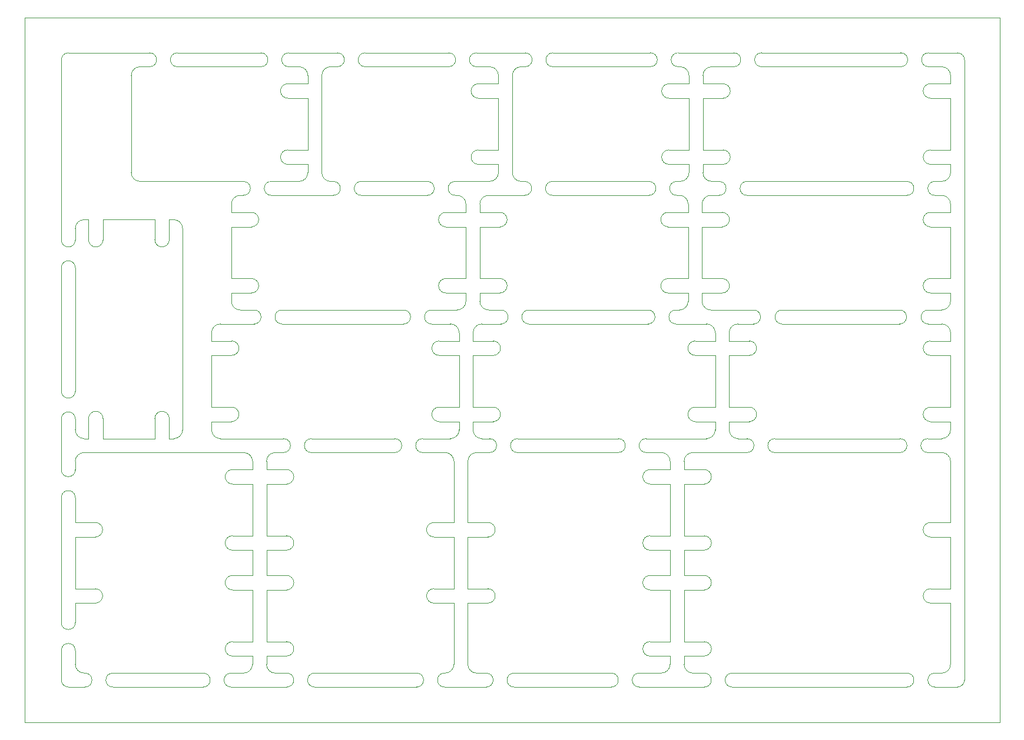
<source format=gm1>
G04 #@! TF.GenerationSoftware,KiCad,Pcbnew,(5.1.2)-2*
G04 #@! TF.CreationDate,2019-09-28T01:51:24-05:00*
G04 #@! TF.ProjectId,front_end,66726f6e-745f-4656-9e64-2e6b69636164,A*
G04 #@! TF.SameCoordinates,Original*
G04 #@! TF.FileFunction,Profile,NP*
%FSLAX46Y46*%
G04 Gerber Fmt 4.6, Leading zero omitted, Abs format (unit mm)*
G04 Created by KiCad (PCBNEW (5.1.2)-2) date 2019-09-28 01:51:24*
%MOMM*%
%LPD*%
G04 APERTURE LIST*
%ADD10C,0.025400*%
G04 APERTURE END LIST*
D10*
X253967940Y-136955000D02*
X256648140Y-136955000D01*
X259614600Y-170705000D02*
G75*
G02X259614600Y-168705000I0J1000000D01*
G01*
X255614600Y-168705000D02*
G75*
G02X255614600Y-170705000I0J-1000000D01*
G01*
X252697940Y-154646100D02*
X252697940Y-151013900D01*
X252697940Y-138225000D02*
G75*
G02X253967940Y-136955000I1270000J0D01*
G01*
X253967940Y-168705000D02*
G75*
G02X252697940Y-167435000I0J1270000D01*
G01*
X252697940Y-166253900D02*
X252697940Y-167435000D01*
X252697940Y-139406100D02*
X252697940Y-138225000D01*
X253967940Y-168705000D02*
X255614600Y-168705000D01*
X165168100Y-104705420D02*
X165168100Y-106364200D01*
X163168100Y-106364200D02*
X163168100Y-80425000D01*
X165168100Y-132119300D02*
X165168100Y-133685000D01*
X163168100Y-132119300D02*
X163165380Y-139435000D01*
X165168100Y-106364200D02*
G75*
G02X163168100Y-106364200I-1000000J0D01*
G01*
X163168100Y-110364200D02*
G75*
G02X165168100Y-110364200I1000000J0D01*
G01*
X165168100Y-128119300D02*
G75*
G02X163168100Y-128119300I-1000000J0D01*
G01*
X163168100Y-132119300D02*
G75*
G02X165168100Y-132119300I1000000J0D01*
G01*
X164165380Y-170705000D02*
G75*
G02X163165380Y-169705000I0J1000000D01*
G01*
X293015720Y-169705000D02*
G75*
G02X292015720Y-170705000I-1000000J0D01*
G01*
X292015720Y-79425000D02*
G75*
G02X293015720Y-80425000I0J-1000000D01*
G01*
X163168100Y-80425000D02*
G75*
G02X164168100Y-79425000I1000000J0D01*
G01*
X178682000Y-103435420D02*
X179317000Y-103435420D01*
X179320000Y-134955000D02*
X178682000Y-134955000D01*
X179320000Y-103435420D02*
G75*
G02X180590000Y-104705420I0J-1270000D01*
G01*
X180590000Y-133685000D02*
G75*
G02X179320000Y-134955000I-1270000J0D01*
G01*
X180590000Y-133685000D02*
X180590000Y-104705420D01*
X166438100Y-134955000D02*
X167074200Y-134955000D01*
X165168100Y-128119300D02*
X165168100Y-110364200D01*
X167074200Y-103435420D02*
X166439200Y-103435420D01*
X165168100Y-104705420D02*
G75*
G02X166438100Y-103435420I1270000J0D01*
G01*
X166438100Y-134955000D02*
G75*
G02X165168100Y-133685000I0J1270000D01*
G01*
X284745720Y-97935000D02*
G75*
G02X284745720Y-99935000I0J-1000000D01*
G01*
X261745720Y-99935000D02*
G75*
G02X261745720Y-97935000I0J1000000D01*
G01*
X193340000Y-97935000D02*
X197340000Y-97935000D01*
X189340000Y-99935000D02*
X188880000Y-99935000D01*
X193340000Y-99935000D02*
G75*
G02X193340000Y-97935000I0J1000000D01*
G01*
X189340000Y-97935000D02*
G75*
G02X189340000Y-99935000I0J-1000000D01*
G01*
X166435380Y-168705000D02*
X166563320Y-168705000D01*
X165165380Y-165435000D02*
X165165380Y-167435000D01*
X165165380Y-138225000D02*
X165165380Y-139435000D01*
X288746040Y-170705000D02*
X292015720Y-170705000D01*
X288746040Y-168705000D02*
X289746040Y-168705000D01*
X249427600Y-168705000D02*
X246247180Y-168705000D01*
X246247180Y-170705000D02*
X255614600Y-170705000D01*
X228247180Y-170705000D02*
X242247180Y-170705000D01*
X218247180Y-168705000D02*
X218341140Y-168705000D01*
X222876980Y-168705000D02*
X224247180Y-168705000D01*
X218247180Y-170705000D02*
X224247180Y-170705000D01*
X199573320Y-170705000D02*
X214247180Y-170705000D01*
X193926660Y-168705000D02*
X195573320Y-168705000D01*
X187563320Y-168705000D02*
X189381740Y-168705000D01*
X187563320Y-170705000D02*
X195573320Y-170705000D01*
X170563320Y-170705000D02*
X183563320Y-170705000D01*
X164165380Y-170705000D02*
X166563320Y-170705000D01*
X163165380Y-165435000D02*
X163165380Y-169705000D01*
X163165380Y-143435000D02*
X163165380Y-161435000D01*
X165165380Y-139435000D02*
G75*
G02X163165380Y-139435000I-1000000J0D01*
G01*
X163165380Y-143435000D02*
G75*
G02X165165380Y-143435000I1000000J0D01*
G01*
X165165380Y-161435000D02*
G75*
G02X163165380Y-161435000I-1000000J0D01*
G01*
X163165380Y-165435000D02*
G75*
G02X165165380Y-165435000I1000000J0D01*
G01*
X166563320Y-168705000D02*
G75*
G02X166563320Y-170705000I0J-1000000D01*
G01*
X170563320Y-170705000D02*
G75*
G02X170563320Y-168705000I0J1000000D01*
G01*
X183563320Y-168705000D02*
G75*
G02X183563320Y-170705000I0J-1000000D01*
G01*
X187563320Y-170705000D02*
G75*
G02X187563320Y-168705000I0J1000000D01*
G01*
X195573320Y-168705000D02*
G75*
G02X195573320Y-170705000I0J-1000000D01*
G01*
X199573320Y-170705000D02*
G75*
G02X199573320Y-168705000I0J1000000D01*
G01*
X214247180Y-168705000D02*
G75*
G02X214247180Y-170705000I0J-1000000D01*
G01*
X218247180Y-170705000D02*
G75*
G02X218247180Y-168705000I0J1000000D01*
G01*
X224247180Y-168705000D02*
G75*
G02X224247180Y-170705000I0J-1000000D01*
G01*
X228247180Y-170705000D02*
G75*
G02X228247180Y-168705000I0J1000000D01*
G01*
X242247180Y-168705000D02*
G75*
G02X242247180Y-170705000I0J-1000000D01*
G01*
X246247180Y-170705000D02*
G75*
G02X246247180Y-168705000I0J1000000D01*
G01*
X284746040Y-168705000D02*
G75*
G02X284746040Y-170705000I0J-1000000D01*
G01*
X288746040Y-170705000D02*
G75*
G02X288746040Y-168705000I0J1000000D01*
G01*
X287848100Y-81425000D02*
X289745720Y-81425000D01*
X287848100Y-79425000D02*
X292015720Y-79425000D01*
X256680000Y-81425000D02*
X259848100Y-81425000D01*
X251848100Y-81425000D02*
X252140000Y-81425000D01*
X251848100Y-79425000D02*
X259848100Y-79425000D01*
X233848100Y-79425000D02*
X247848100Y-79425000D01*
X229280000Y-81425000D02*
X229848100Y-81425000D01*
X222848100Y-81425000D02*
X224740000Y-81425000D01*
X222848100Y-79425000D02*
X229848100Y-79425000D01*
X206848100Y-79425000D02*
X218848100Y-79425000D01*
X201880000Y-81425000D02*
X202848100Y-81425000D01*
X195848100Y-79425000D02*
X202848100Y-79425000D01*
X195848100Y-81425000D02*
X197340000Y-81425000D01*
X179848100Y-79425000D02*
X191848100Y-79425000D01*
X175848100Y-79425000D02*
X164168100Y-79425000D01*
X174480000Y-81425000D02*
X175848100Y-81425000D01*
X287848100Y-81425000D02*
G75*
G02X287848100Y-79425000I0J1000000D01*
G01*
X283848100Y-79425000D02*
G75*
G02X283848100Y-81425000I0J-1000000D01*
G01*
X263848100Y-81425000D02*
G75*
G02X263848100Y-79425000I0J1000000D01*
G01*
X259848100Y-79425000D02*
G75*
G02X259848100Y-81425000I0J-1000000D01*
G01*
X251848100Y-81425000D02*
G75*
G02X251848100Y-79425000I0J1000000D01*
G01*
X247848100Y-79425000D02*
G75*
G02X247848100Y-81425000I0J-1000000D01*
G01*
X233848100Y-81425000D02*
G75*
G02X233848100Y-79425000I0J1000000D01*
G01*
X229848100Y-79425000D02*
G75*
G02X229848100Y-81425000I0J-1000000D01*
G01*
X222848100Y-81425000D02*
G75*
G02X222848100Y-79425000I0J1000000D01*
G01*
X218848100Y-79425000D02*
G75*
G02X218848100Y-81425000I0J-1000000D01*
G01*
X206848100Y-81425000D02*
G75*
G02X206848100Y-79425000I0J1000000D01*
G01*
X202848100Y-79425000D02*
G75*
G02X202848100Y-81425000I0J-1000000D01*
G01*
X195848100Y-81425000D02*
G75*
G02X195848100Y-79425000I0J1000000D01*
G01*
X191848100Y-79425000D02*
G75*
G02X191848100Y-81425000I0J-1000000D01*
G01*
X179848100Y-81425000D02*
G75*
G02X179848100Y-79425000I0J1000000D01*
G01*
X175848100Y-79425000D02*
G75*
G02X175848100Y-81425000I0J-1000000D01*
G01*
X157863320Y-74345000D02*
X298095720Y-74345000D01*
X157863320Y-175785000D02*
X157863320Y-74345000D01*
X298095720Y-175785000D02*
X157863320Y-175785000D01*
X298095720Y-74345000D02*
X298095720Y-175785000D01*
X259614600Y-170705000D02*
X284746040Y-170705000D01*
X293015720Y-80425000D02*
X293015720Y-169705000D01*
X163168100Y-110364200D02*
X163168100Y-128119300D01*
X283848100Y-79425000D02*
X263848100Y-79425000D01*
X173210000Y-96665000D02*
X173210000Y-82695000D01*
X198610000Y-82695000D02*
X198610000Y-83876100D01*
X174480000Y-97935000D02*
G75*
G02X173210000Y-96665000I0J1270000D01*
G01*
X189340000Y-97935000D02*
X174480000Y-97935000D01*
X198610000Y-96665000D02*
G75*
G02X197340000Y-97935000I-1270000J0D01*
G01*
X173210000Y-82695000D02*
G75*
G02X174480000Y-81425000I1270000J0D01*
G01*
X179848100Y-81425000D02*
X191848100Y-81425000D01*
X198610000Y-95483900D02*
X198610000Y-96665000D01*
X197340000Y-81425000D02*
G75*
G02X198610000Y-82695000I0J-1270000D01*
G01*
X165165380Y-158633900D02*
X165165380Y-161435000D01*
X165165380Y-147026100D02*
X165165380Y-143435000D01*
X189381740Y-136955000D02*
G75*
G02X190651740Y-138225000I0J-1270000D01*
G01*
X166435380Y-168705000D02*
G75*
G02X165165380Y-167435000I0J1270000D01*
G01*
X183563320Y-168705000D02*
X170563320Y-168705000D01*
X190651740Y-167435000D02*
G75*
G02X189381740Y-168705000I-1270000J0D01*
G01*
X165165380Y-138225000D02*
G75*
G02X166435380Y-136955000I1270000J0D01*
G01*
X190651740Y-166253900D02*
X190651740Y-167435000D01*
X166435380Y-136955000D02*
X189381740Y-136955000D01*
X190651740Y-151013900D02*
X190651740Y-154646100D01*
X190651740Y-138225000D02*
X190651740Y-139406100D01*
X229280000Y-97935000D02*
X229780000Y-97935000D01*
X224603240Y-99935000D02*
X229780000Y-99935000D01*
X219780000Y-99935000D02*
X220063580Y-99935000D01*
X219780000Y-97935000D02*
X224740000Y-97935000D01*
X202280000Y-99935000D02*
X193340000Y-99935000D01*
X201880000Y-97935000D02*
X202280000Y-97935000D01*
X233780000Y-99935000D02*
G75*
G02X233780000Y-97935000I0J1000000D01*
G01*
X229780000Y-97935000D02*
G75*
G02X229780000Y-99935000I0J-1000000D01*
G01*
X219780000Y-99935000D02*
G75*
G02X219780000Y-97935000I0J1000000D01*
G01*
X215780000Y-97935000D02*
G75*
G02X215780000Y-99935000I0J-1000000D01*
G01*
X206280000Y-99935000D02*
G75*
G02X206280000Y-97935000I0J1000000D01*
G01*
X202280000Y-97935000D02*
G75*
G02X202280000Y-99935000I0J-1000000D01*
G01*
X226380000Y-118445000D02*
X223639140Y-118445000D01*
X224603240Y-116445000D02*
X226380000Y-116445000D01*
X186033900Y-118445000D02*
X190880000Y-118445000D01*
X188880000Y-116445000D02*
X190880000Y-116445000D01*
X219099620Y-118445000D02*
X216380000Y-118445000D01*
X216380000Y-116445000D02*
X220063580Y-116445000D01*
X230380000Y-118445000D02*
G75*
G02X230380000Y-116445000I0J1000000D01*
G01*
X226380000Y-116445000D02*
G75*
G02X226380000Y-118445000I0J-1000000D01*
G01*
X216380000Y-118445000D02*
G75*
G02X216380000Y-116445000I0J1000000D01*
G01*
X212380000Y-116445000D02*
G75*
G02X212380000Y-118445000I0J-1000000D01*
G01*
X194880000Y-118445000D02*
G75*
G02X194880000Y-116445000I0J1000000D01*
G01*
X190880000Y-116445000D02*
G75*
G02X190880000Y-118445000I0J-1000000D01*
G01*
X193926660Y-136955000D02*
X195105720Y-136955000D01*
X186033900Y-134955000D02*
X195105720Y-134955000D01*
X219099620Y-134955000D02*
X215105720Y-134955000D01*
X215105720Y-136955000D02*
X218341140Y-136955000D01*
X195105720Y-134955000D02*
G75*
G02X195105720Y-136955000I0J-1000000D01*
G01*
X199105720Y-136955000D02*
G75*
G02X199105720Y-134955000I0J1000000D01*
G01*
X211105720Y-134955000D02*
G75*
G02X211105720Y-136955000I0J-1000000D01*
G01*
X215105720Y-136955000D02*
G75*
G02X215105720Y-134955000I0J1000000D01*
G01*
X251520000Y-118445000D02*
X255920000Y-118445000D01*
X251520000Y-116445000D02*
X252020000Y-116445000D01*
X247520000Y-116445000D02*
G75*
G02X247520000Y-118445000I0J-1000000D01*
G01*
X251520000Y-118445000D02*
G75*
G02X251520000Y-116445000I0J1000000D01*
G01*
X251640000Y-99935000D02*
X252020000Y-99935000D01*
X251640000Y-97935000D02*
X252140000Y-97935000D01*
X247640000Y-97935000D02*
G75*
G02X247640000Y-99935000I0J-1000000D01*
G01*
X251640000Y-99935000D02*
G75*
G02X251640000Y-97935000I0J1000000D01*
G01*
X222879520Y-136955000D02*
X224746200Y-136955000D01*
X223623900Y-134955000D02*
X224746200Y-134955000D01*
X240246200Y-134955000D02*
X243246200Y-134955000D01*
X243246200Y-136955000D02*
X241747340Y-136955000D01*
X247246200Y-136955000D02*
X249427600Y-136955000D01*
X247246200Y-134955000D02*
X255920000Y-134955000D01*
X224746200Y-134955000D02*
G75*
G02X224746200Y-136955000I0J-1000000D01*
G01*
X228746200Y-136955000D02*
G75*
G02X228746200Y-134955000I0J1000000D01*
G01*
X243246200Y-134955000D02*
G75*
G02X243246200Y-136955000I0J-1000000D01*
G01*
X247246200Y-136955000D02*
G75*
G02X247246200Y-134955000I0J1000000D01*
G01*
X261746200Y-136955000D02*
X256648140Y-136955000D01*
X260460000Y-134955000D02*
X261746200Y-134955000D01*
X287746200Y-136955000D02*
X289746200Y-136955000D01*
X287746200Y-134955000D02*
X289746200Y-134955000D01*
X265746200Y-136955000D02*
G75*
G02X265746200Y-134955000I0J1000000D01*
G01*
X261746200Y-134955000D02*
G75*
G02X261746200Y-136955000I0J-1000000D01*
G01*
X283746200Y-134955000D02*
G75*
G02X283746200Y-136955000I0J-1000000D01*
G01*
X287746200Y-136955000D02*
G75*
G02X287746200Y-134955000I0J1000000D01*
G01*
X289745720Y-97935000D02*
X288746200Y-97935000D01*
X233848100Y-81425000D02*
X247848100Y-81425000D01*
X291016040Y-158633900D02*
X291016040Y-167435000D01*
X288746200Y-99935000D02*
G75*
G02X288746200Y-97935000I0J1000000D01*
G01*
X259190000Y-119715000D02*
G75*
G02X260460000Y-118445000I1270000J0D01*
G01*
X291016200Y-133685000D02*
G75*
G02X289746200Y-134955000I-1270000J0D01*
G01*
X257746200Y-97935000D02*
G75*
G02X257746200Y-99935000I0J-1000000D01*
G01*
X224603240Y-116445000D02*
G75*
G02X223333240Y-115175000I0J1270000D01*
G01*
X228010000Y-96665000D02*
X228010000Y-82695000D01*
X253290000Y-102386100D02*
X253290000Y-101205000D01*
X223333240Y-101205000D02*
G75*
G02X224603240Y-99935000I1270000J0D01*
G01*
X229280000Y-97935000D02*
G75*
G02X228010000Y-96665000I0J1270000D01*
G01*
X265746200Y-134955000D02*
X283746200Y-134955000D01*
X224740000Y-81425000D02*
G75*
G02X226010000Y-82695000I0J-1270000D01*
G01*
X247640000Y-97935000D02*
X233780000Y-97935000D01*
X259190000Y-132503900D02*
X259190000Y-133685000D01*
X289746200Y-118445000D02*
G75*
G02X291016200Y-119715000I0J-1270000D01*
G01*
X260460000Y-134955000D02*
G75*
G02X259190000Y-133685000I0J1270000D01*
G01*
X289746040Y-136955000D02*
G75*
G02X291016040Y-138225000I0J-1270000D01*
G01*
X265746200Y-136955000D02*
X283746200Y-136955000D01*
X288746200Y-99935000D02*
X289745720Y-99935000D01*
X256680000Y-97935000D02*
X257746200Y-97935000D01*
X184763900Y-119715000D02*
X184763900Y-120896100D01*
X253410000Y-96665000D02*
G75*
G02X252140000Y-97935000I-1270000J0D01*
G01*
X252140000Y-81425000D02*
G75*
G02X253410000Y-82695000I0J-1270000D01*
G01*
X253410000Y-83876100D02*
X253410000Y-82695000D01*
X200610000Y-82695000D02*
G75*
G02X201880000Y-81425000I1270000J0D01*
G01*
X253290000Y-115175000D02*
G75*
G02X252020000Y-116445000I-1270000J0D01*
G01*
X247640000Y-99935000D02*
X233780000Y-99935000D01*
X256560000Y-99935000D02*
X257746200Y-99935000D01*
X228010000Y-82695000D02*
G75*
G02X229280000Y-81425000I1270000J0D01*
G01*
X247520000Y-116445000D02*
X230380000Y-116445000D01*
X291016040Y-147026100D02*
X291016040Y-138225000D01*
X206848100Y-81425000D02*
X218848100Y-81425000D01*
X252020000Y-99935000D02*
G75*
G02X253290000Y-101205000I0J-1270000D01*
G01*
X259614600Y-168705000D02*
X284746040Y-168705000D01*
X257190000Y-133685000D02*
G75*
G02X255920000Y-134955000I-1270000J0D01*
G01*
X261745720Y-99935000D02*
X284745720Y-99935000D01*
X291011290Y-115175000D02*
G75*
G02X289741290Y-116445000I-1270000J0D01*
G01*
X256560000Y-116445000D02*
G75*
G02X255290000Y-115175000I0J1270000D01*
G01*
X283691290Y-116445000D02*
X266791290Y-116445000D01*
X256680000Y-97935000D02*
G75*
G02X255410000Y-96665000I0J1270000D01*
G01*
X289745720Y-81425000D02*
G75*
G02X291015720Y-82695000I0J-1270000D01*
G01*
X291015720Y-95476280D02*
X291015720Y-96665000D01*
X255410000Y-82695000D02*
G75*
G02X256680000Y-81425000I1270000J0D01*
G01*
X230380000Y-118445000D02*
X247520000Y-118445000D01*
X223623900Y-134955000D02*
G75*
G02X222369140Y-133700240I0J1254760D01*
G01*
X289741290Y-99935000D02*
G75*
G02X291011290Y-101205000I0J-1270000D01*
G01*
X194880000Y-118445000D02*
X212380000Y-118445000D01*
X257190000Y-119715000D02*
X257190000Y-120896100D01*
X222369140Y-119715000D02*
G75*
G02X223639140Y-118445000I1270000J0D01*
G01*
X255920000Y-118445000D02*
G75*
G02X257190000Y-119715000I0J-1270000D01*
G01*
X291015720Y-96665000D02*
G75*
G02X289745720Y-97935000I-1270000J0D01*
G01*
X219099620Y-118445000D02*
G75*
G02X220369620Y-119715000I0J-1270000D01*
G01*
X255290000Y-115175000D02*
X255290000Y-113993900D01*
X255290000Y-101205000D02*
G75*
G02X256560000Y-99935000I1270000J0D01*
G01*
X283848100Y-81425000D02*
X263848100Y-81425000D01*
X284745720Y-97935000D02*
X261745720Y-97935000D01*
X240246200Y-134955000D02*
X228746200Y-134955000D01*
X184763900Y-119715000D02*
G75*
G02X186033900Y-118445000I1270000J0D01*
G01*
X283691290Y-116445000D02*
G75*
G02X283691290Y-118445000I0J-1000000D01*
G01*
X266791290Y-118445000D02*
G75*
G02X266791290Y-116445000I0J1000000D01*
G01*
X287791290Y-118445000D02*
G75*
G02X287791290Y-116445000I0J1000000D01*
G01*
X262691290Y-116445000D02*
G75*
G02X262691290Y-118445000I0J-1000000D01*
G01*
X287791290Y-116445000D02*
X289741290Y-116445000D01*
X260460000Y-118445000D02*
X262691290Y-118445000D01*
X287791290Y-118445000D02*
X289741290Y-118445000D01*
X262691290Y-116445000D02*
X256560000Y-116445000D01*
X187610000Y-102386100D02*
X187610000Y-101205000D01*
X184763900Y-133685000D02*
X184763900Y-132503900D01*
X186033900Y-134955000D02*
G75*
G02X184763900Y-133685000I0J1270000D01*
G01*
X220063580Y-99935000D02*
G75*
G02X221333580Y-101205000I0J-1270000D01*
G01*
X221333580Y-115175000D02*
G75*
G02X220063580Y-116445000I-1270000J0D01*
G01*
X192656660Y-138225000D02*
G75*
G02X193926660Y-136955000I1270000J0D01*
G01*
X193926660Y-168705000D02*
G75*
G02X192656660Y-167435000I0J1270000D01*
G01*
X188880000Y-116445000D02*
G75*
G02X187610000Y-115175000I0J1270000D01*
G01*
X206280000Y-99935000D02*
X215780000Y-99935000D01*
X194880000Y-116445000D02*
X212380000Y-116445000D01*
X192656660Y-166253900D02*
X192656660Y-167435000D01*
X222876980Y-168705000D02*
G75*
G02X221606980Y-167435000I0J1270000D01*
G01*
X221609520Y-138225000D02*
G75*
G02X222879520Y-136955000I1270000J0D01*
G01*
X187610000Y-101205000D02*
G75*
G02X188880000Y-99935000I1270000J0D01*
G01*
X219611140Y-167435000D02*
G75*
G02X218341140Y-168705000I-1270000J0D01*
G01*
X250697600Y-167435000D02*
G75*
G02X249427600Y-168705000I-1270000J0D01*
G01*
X250697600Y-138225000D02*
X250697600Y-139406100D01*
X249427600Y-136955000D02*
G75*
G02X250697600Y-138225000I0J-1270000D01*
G01*
X211105720Y-134955000D02*
X199105720Y-134955000D01*
X218341140Y-136955000D02*
G75*
G02X219611140Y-138225000I0J-1270000D01*
G01*
X221606980Y-158633900D02*
X221606980Y-167435000D01*
X199573320Y-168705000D02*
X214247180Y-168705000D01*
X242247180Y-168705000D02*
X228247180Y-168705000D01*
X223333240Y-113993900D02*
X223333240Y-115175000D01*
X199105720Y-136955000D02*
X211105720Y-136955000D01*
X266791290Y-118445000D02*
X283691290Y-118445000D01*
X223333240Y-102386100D02*
X223333240Y-101205000D01*
X291016200Y-120896100D02*
X291016200Y-119715000D01*
X187610000Y-113993900D02*
X187610000Y-115175000D01*
X222369140Y-132503900D02*
X222369140Y-133700240D01*
X222369140Y-120896100D02*
X222369140Y-119715000D01*
X291011290Y-102385888D02*
X291011290Y-101205000D01*
X291011290Y-113993688D02*
X291011290Y-115175000D01*
X241747340Y-136955000D02*
X228746200Y-136955000D01*
X291015720Y-83868480D02*
X291015720Y-82695000D01*
X220369620Y-120896100D02*
X220369620Y-119715000D01*
X220369620Y-133685000D02*
G75*
G02X219099620Y-134955000I-1270000J0D01*
G01*
X291016200Y-132503900D02*
X291016200Y-133685000D01*
X220369620Y-132503900D02*
X220369620Y-133685000D01*
X221333580Y-102386100D02*
X221333580Y-101205000D01*
X221333580Y-113993900D02*
X221333580Y-115175000D01*
X291016040Y-167435000D02*
G75*
G02X289746040Y-168705000I-1270000J0D01*
G01*
X226010000Y-96665000D02*
G75*
G02X224740000Y-97935000I-1270000J0D01*
G01*
X255290000Y-102386100D02*
X255290000Y-101205000D01*
X201880000Y-97935000D02*
G75*
G02X200610000Y-96665000I0J1270000D01*
G01*
X192656660Y-139406100D02*
X192656660Y-138225000D01*
X250697600Y-166253900D02*
X250697600Y-167435000D01*
X215780000Y-97935000D02*
X206280000Y-97935000D01*
X255410000Y-96665000D02*
X255410000Y-95483900D01*
X219611140Y-158633900D02*
X219611140Y-167435000D01*
X253410000Y-95483900D02*
X253410000Y-96665000D01*
X200610000Y-96665000D02*
X200610000Y-82695000D01*
X259190000Y-120896100D02*
X259190000Y-119715000D01*
X257190000Y-132503900D02*
X257190000Y-133685000D01*
X226010000Y-95483900D02*
X226010000Y-96665000D01*
X253290000Y-113993900D02*
X253290000Y-115175000D01*
X221609520Y-147026100D02*
X221609520Y-138225000D01*
X219611140Y-138225000D02*
X219611140Y-147026100D01*
X255410000Y-83876100D02*
X255410000Y-82695000D01*
X192656660Y-154646100D02*
X192656660Y-151013900D01*
X250697600Y-151013900D02*
X250697600Y-154646100D01*
X226010000Y-82695000D02*
X226010000Y-83876100D01*
X222369140Y-122978900D02*
X222369140Y-130421100D01*
X222369140Y-132503900D02*
X225264740Y-132503900D01*
X225262922Y-130421102D02*
G75*
G02X225264740Y-132503900I1818J-1041398D01*
G01*
X222369140Y-130421100D02*
X225264740Y-130421100D01*
X222369140Y-122978900D02*
X225264740Y-122978900D01*
X225262922Y-120896102D02*
G75*
G02X225264740Y-122978900I1818J-1041398D01*
G01*
X222369140Y-120896100D02*
X225264740Y-120896100D01*
X250697600Y-164171100D02*
X250697600Y-156728900D01*
X250697600Y-154646100D02*
X247802000Y-154646100D01*
X247803818Y-156728898D02*
G75*
G02X247802000Y-154646100I-1818J1041398D01*
G01*
X250697600Y-156728900D02*
X247802000Y-156728900D01*
X250697600Y-164171100D02*
X247802000Y-164171100D01*
X247803818Y-166253898D02*
G75*
G02X247802000Y-164171100I-1818J1041398D01*
G01*
X250697600Y-166253900D02*
X247802000Y-166253900D01*
X250697600Y-148931100D02*
X250697600Y-141488900D01*
X250697600Y-139406100D02*
X247802000Y-139406100D01*
X247803818Y-141488898D02*
G75*
G02X247802000Y-139406100I-1818J1041398D01*
G01*
X250697600Y-141488900D02*
X247802000Y-141488900D01*
X250697600Y-148931100D02*
X247802000Y-148931100D01*
X247803818Y-151013898D02*
G75*
G02X247802000Y-148931100I-1818J1041398D01*
G01*
X250697600Y-151013900D02*
X247802000Y-151013900D01*
X252697940Y-156728900D02*
X252697940Y-164171100D01*
X252697940Y-166253900D02*
X255593540Y-166253900D01*
X255591722Y-164171102D02*
G75*
G02X255593540Y-166253900I1818J-1041398D01*
G01*
X252697940Y-164171100D02*
X255593540Y-164171100D01*
X252697940Y-156728900D02*
X255593540Y-156728900D01*
X255591722Y-154646102D02*
G75*
G02X255593540Y-156728900I1818J-1041398D01*
G01*
X252697940Y-154646100D02*
X255593540Y-154646100D01*
X252697940Y-141488900D02*
X252697940Y-148931100D01*
X252697940Y-151013900D02*
X255593540Y-151013900D01*
X255591722Y-148931102D02*
G75*
G02X255593540Y-151013900I1818J-1041398D01*
G01*
X252697940Y-148931100D02*
X255593540Y-148931100D01*
X252697940Y-141488900D02*
X255593540Y-141488900D01*
X255591722Y-139406102D02*
G75*
G02X255593540Y-141488900I1818J-1041398D01*
G01*
X252697940Y-139406100D02*
X255593540Y-139406100D01*
X255410000Y-85958900D02*
X255410000Y-93401100D01*
X255410000Y-95483900D02*
X258305600Y-95483900D01*
X258303782Y-93401102D02*
G75*
G02X258305600Y-95483900I1818J-1041398D01*
G01*
X255410000Y-93401100D02*
X258305600Y-93401100D01*
X255410000Y-85958900D02*
X258305600Y-85958900D01*
X258303782Y-83876102D02*
G75*
G02X258305600Y-85958900I1818J-1041398D01*
G01*
X255410000Y-83876100D02*
X258305600Y-83876100D01*
X169157000Y-134955000D02*
X176599200Y-134955000D01*
X178682000Y-134955000D02*
X178682000Y-132059400D01*
X176599202Y-132061218D02*
G75*
G02X178682000Y-132059400I1041398J1818D01*
G01*
X176599200Y-134955000D02*
X176599200Y-132059400D01*
X169157000Y-134955000D02*
X169157000Y-132059400D01*
X167074202Y-132061218D02*
G75*
G02X169157000Y-132059400I1041398J1818D01*
G01*
X167074200Y-134955000D02*
X167074200Y-132059400D01*
X176599200Y-103435420D02*
X169157000Y-103435420D01*
X167074200Y-103435420D02*
X167074200Y-106331020D01*
X169156998Y-106329202D02*
G75*
G02X167074200Y-106331020I-1041398J-1818D01*
G01*
X169157000Y-103435420D02*
X169157000Y-106331020D01*
X176599200Y-103435420D02*
X176599200Y-106331020D01*
X178681998Y-106329202D02*
G75*
G02X176599200Y-106331020I-1041398J-1818D01*
G01*
X178682000Y-103435420D02*
X178682000Y-106331020D01*
X219611140Y-156551100D02*
X219611140Y-149108900D01*
X219611140Y-147026100D02*
X216715540Y-147026100D01*
X216717358Y-149108898D02*
G75*
G02X216715540Y-147026100I-1818J1041398D01*
G01*
X219611140Y-149108900D02*
X216715540Y-149108900D01*
X219611140Y-156551100D02*
X216715540Y-156551100D01*
X216717358Y-158633898D02*
G75*
G02X216715540Y-156551100I-1818J1041398D01*
G01*
X219611140Y-158633900D02*
X216715540Y-158633900D01*
X190651740Y-148931100D02*
X190651740Y-141488900D01*
X190651740Y-139406100D02*
X187756140Y-139406100D01*
X187757958Y-141488898D02*
G75*
G02X187756140Y-139406100I-1818J1041398D01*
G01*
X190651740Y-141488900D02*
X187756140Y-141488900D01*
X190651740Y-148931100D02*
X187756140Y-148931100D01*
X187757958Y-151013898D02*
G75*
G02X187756140Y-148931100I-1818J1041398D01*
G01*
X190651740Y-151013900D02*
X187756140Y-151013900D01*
X190651740Y-164171100D02*
X190651740Y-156728900D01*
X190651740Y-154646100D02*
X187756140Y-154646100D01*
X187757958Y-156728898D02*
G75*
G02X187756140Y-154646100I-1818J1041398D01*
G01*
X190651740Y-156728900D02*
X187756140Y-156728900D01*
X190651740Y-164171100D02*
X187756140Y-164171100D01*
X187757958Y-166253898D02*
G75*
G02X187756140Y-164171100I-1818J1041398D01*
G01*
X190651740Y-166253900D02*
X187756140Y-166253900D01*
X198610000Y-93401100D02*
X198610000Y-85958900D01*
X198610000Y-83876100D02*
X195714400Y-83876100D01*
X195716218Y-85958898D02*
G75*
G02X195714400Y-83876100I-1818J1041398D01*
G01*
X198610000Y-85958900D02*
X195714400Y-85958900D01*
X198610000Y-93401100D02*
X195714400Y-93401100D01*
X195716218Y-95483898D02*
G75*
G02X195714400Y-93401100I-1818J1041398D01*
G01*
X198610000Y-95483900D02*
X195714400Y-95483900D01*
X165165380Y-149108900D02*
X165165380Y-156551100D01*
X165165380Y-158633900D02*
X168060980Y-158633900D01*
X168059162Y-156551102D02*
G75*
G02X168060980Y-158633900I1818J-1041398D01*
G01*
X165165380Y-156551100D02*
X168060980Y-156551100D01*
X165165380Y-149108900D02*
X168060980Y-149108900D01*
X168059162Y-147026102D02*
G75*
G02X168060980Y-149108900I1818J-1041398D01*
G01*
X165165380Y-147026100D02*
X168060980Y-147026100D01*
X226010000Y-93401100D02*
X226010000Y-85958900D01*
X226010000Y-83876100D02*
X223114400Y-83876100D01*
X223116218Y-85958898D02*
G75*
G02X223114400Y-83876100I-1818J1041398D01*
G01*
X226010000Y-85958900D02*
X223114400Y-85958900D01*
X226010000Y-93401100D02*
X223114400Y-93401100D01*
X223116218Y-95483898D02*
G75*
G02X223114400Y-93401100I-1818J1041398D01*
G01*
X226010000Y-95483900D02*
X223114400Y-95483900D01*
X291015720Y-93393480D02*
X291015720Y-85951280D01*
X291015720Y-83868480D02*
X288120120Y-83868480D01*
X288121938Y-85951278D02*
G75*
G02X288120120Y-83868480I-1818J1041398D01*
G01*
X291015720Y-85951280D02*
X288120120Y-85951280D01*
X291015720Y-93393480D02*
X288120120Y-93393480D01*
X288121938Y-95476278D02*
G75*
G02X288120120Y-93393480I-1818J1041398D01*
G01*
X291015720Y-95476280D02*
X288120120Y-95476280D01*
X291016200Y-130421100D02*
X291016200Y-122978900D01*
X291016200Y-120896100D02*
X288120600Y-120896100D01*
X288122418Y-122978898D02*
G75*
G02X288120600Y-120896100I-1818J1041398D01*
G01*
X291016200Y-122978900D02*
X288120600Y-122978900D01*
X291016200Y-130421100D02*
X288120600Y-130421100D01*
X288122418Y-132503898D02*
G75*
G02X288120600Y-130421100I-1818J1041398D01*
G01*
X291016200Y-132503900D02*
X288120600Y-132503900D01*
X259190000Y-122978900D02*
X259190000Y-130421100D01*
X259190000Y-132503900D02*
X262085600Y-132503900D01*
X262083782Y-130421102D02*
G75*
G02X262085600Y-132503900I1818J-1041398D01*
G01*
X259190000Y-130421100D02*
X262085600Y-130421100D01*
X259190000Y-122978900D02*
X262085600Y-122978900D01*
X262083782Y-120896102D02*
G75*
G02X262085600Y-122978900I1818J-1041398D01*
G01*
X259190000Y-120896100D02*
X262085600Y-120896100D01*
X253410000Y-93401100D02*
X253410000Y-85958900D01*
X253410000Y-83876100D02*
X250514400Y-83876100D01*
X250516218Y-85958898D02*
G75*
G02X250514400Y-83876100I-1818J1041398D01*
G01*
X253410000Y-85958900D02*
X250514400Y-85958900D01*
X253410000Y-93401100D02*
X250514400Y-93401100D01*
X250516218Y-95483898D02*
G75*
G02X250514400Y-93401100I-1818J1041398D01*
G01*
X253410000Y-95483900D02*
X250514400Y-95483900D01*
X223333240Y-104468900D02*
X223333240Y-111911100D01*
X223333240Y-113993900D02*
X226228840Y-113993900D01*
X226227022Y-111911102D02*
G75*
G02X226228840Y-113993900I1818J-1041398D01*
G01*
X223333240Y-111911100D02*
X226228840Y-111911100D01*
X223333240Y-104468900D02*
X226228840Y-104468900D01*
X226227022Y-102386102D02*
G75*
G02X226228840Y-104468900I1818J-1041398D01*
G01*
X223333240Y-102386100D02*
X226228840Y-102386100D01*
X253290000Y-111911100D02*
X253290000Y-104468900D01*
X253290000Y-102386100D02*
X250394400Y-102386100D01*
X250396218Y-104468898D02*
G75*
G02X250394400Y-102386100I-1818J1041398D01*
G01*
X253290000Y-104468900D02*
X250394400Y-104468900D01*
X253290000Y-111911100D02*
X250394400Y-111911100D01*
X250396218Y-113993898D02*
G75*
G02X250394400Y-111911100I-1818J1041398D01*
G01*
X253290000Y-113993900D02*
X250394400Y-113993900D01*
X291016040Y-156551100D02*
X291016040Y-149108900D01*
X291016040Y-147026100D02*
X288120440Y-147026100D01*
X288122258Y-149108898D02*
G75*
G02X288120440Y-147026100I-1818J1041398D01*
G01*
X291016040Y-149108900D02*
X288120440Y-149108900D01*
X291016040Y-156551100D02*
X288120440Y-156551100D01*
X288122258Y-158633898D02*
G75*
G02X288120440Y-156551100I-1818J1041398D01*
G01*
X291016040Y-158633900D02*
X288120440Y-158633900D01*
X184763900Y-122978900D02*
X184763900Y-130421100D01*
X184763900Y-132503900D02*
X187659500Y-132503900D01*
X187657682Y-130421102D02*
G75*
G02X187659500Y-132503900I1818J-1041398D01*
G01*
X184763900Y-130421100D02*
X187659500Y-130421100D01*
X184763900Y-122978900D02*
X187659500Y-122978900D01*
X187657682Y-120896102D02*
G75*
G02X187659500Y-122978900I1818J-1041398D01*
G01*
X184763900Y-120896100D02*
X187659500Y-120896100D01*
X257190000Y-130421100D02*
X257190000Y-122978900D01*
X257190000Y-120896100D02*
X254294400Y-120896100D01*
X254296218Y-122978898D02*
G75*
G02X254294400Y-120896100I-1818J1041398D01*
G01*
X257190000Y-122978900D02*
X254294400Y-122978900D01*
X257190000Y-130421100D02*
X254294400Y-130421100D01*
X254296218Y-132503898D02*
G75*
G02X254294400Y-130421100I-1818J1041398D01*
G01*
X257190000Y-132503900D02*
X254294400Y-132503900D01*
X221609520Y-149108900D02*
X221609520Y-156551100D01*
X221609520Y-158633900D02*
X224505120Y-158633900D01*
X224503302Y-156551102D02*
G75*
G02X224505120Y-158633900I1818J-1041398D01*
G01*
X221609520Y-156551100D02*
X224505120Y-156551100D01*
X221609520Y-149108900D02*
X224505120Y-149108900D01*
X224503302Y-147026102D02*
G75*
G02X224505120Y-149108900I1818J-1041398D01*
G01*
X221609520Y-147026100D02*
X224505120Y-147026100D01*
X192656660Y-156728900D02*
X192656660Y-164171100D01*
X192656660Y-166253900D02*
X195552260Y-166253900D01*
X195550442Y-164171102D02*
G75*
G02X195552260Y-166253900I1818J-1041398D01*
G01*
X192656660Y-164171100D02*
X195552260Y-164171100D01*
X192656660Y-156728900D02*
X195552260Y-156728900D01*
X195550442Y-154646102D02*
G75*
G02X195552260Y-156728900I1818J-1041398D01*
G01*
X192656660Y-154646100D02*
X195552260Y-154646100D01*
X221333580Y-111911100D02*
X221333580Y-104468900D01*
X221333580Y-102386100D02*
X218437980Y-102386100D01*
X218439798Y-104468898D02*
G75*
G02X218437980Y-102386100I-1818J1041398D01*
G01*
X221333580Y-104468900D02*
X218437980Y-104468900D01*
X221333580Y-111911100D02*
X218437980Y-111911100D01*
X218439798Y-113993898D02*
G75*
G02X218437980Y-111911100I-1818J1041398D01*
G01*
X221333580Y-113993900D02*
X218437980Y-113993900D01*
X187610000Y-104468900D02*
X187610000Y-111911100D01*
X187610000Y-113993900D02*
X190505600Y-113993900D01*
X190503782Y-111911102D02*
G75*
G02X190505600Y-113993900I1818J-1041398D01*
G01*
X187610000Y-111911100D02*
X190505600Y-111911100D01*
X187610000Y-104468900D02*
X190505600Y-104468900D01*
X190503782Y-102386102D02*
G75*
G02X190505600Y-104468900I1818J-1041398D01*
G01*
X187610000Y-102386100D02*
X190505600Y-102386100D01*
X291011290Y-111910888D02*
X291011290Y-104468688D01*
X291011290Y-102385888D02*
X288115690Y-102385888D01*
X288117508Y-104468686D02*
G75*
G02X288115690Y-102385888I-1818J1041398D01*
G01*
X291011290Y-104468688D02*
X288115690Y-104468688D01*
X291011290Y-111910888D02*
X288115690Y-111910888D01*
X288117508Y-113993686D02*
G75*
G02X288115690Y-111910888I-1818J1041398D01*
G01*
X291011290Y-113993688D02*
X288115690Y-113993688D01*
X255290000Y-104468900D02*
X255290000Y-111911100D01*
X255290000Y-113993900D02*
X258185600Y-113993900D01*
X258183782Y-111911102D02*
G75*
G02X258185600Y-113993900I1818J-1041398D01*
G01*
X255290000Y-111911100D02*
X258185600Y-111911100D01*
X255290000Y-104468900D02*
X258185600Y-104468900D01*
X258183782Y-102386102D02*
G75*
G02X258185600Y-104468900I1818J-1041398D01*
G01*
X255290000Y-102386100D02*
X258185600Y-102386100D01*
X220369620Y-130421100D02*
X220369620Y-122978900D01*
X220369620Y-120896100D02*
X217474020Y-120896100D01*
X217475838Y-122978898D02*
G75*
G02X217474020Y-120896100I-1818J1041398D01*
G01*
X220369620Y-122978900D02*
X217474020Y-122978900D01*
X220369620Y-130421100D02*
X217474020Y-130421100D01*
X217475838Y-132503898D02*
G75*
G02X217474020Y-130421100I-1818J1041398D01*
G01*
X220369620Y-132503900D02*
X217474020Y-132503900D01*
X192656660Y-141488900D02*
X192656660Y-148931100D01*
X192656660Y-151013900D02*
X195552260Y-151013900D01*
X195550442Y-148931102D02*
G75*
G02X195552260Y-151013900I1818J-1041398D01*
G01*
X192656660Y-148931100D02*
X195552260Y-148931100D01*
X192656660Y-141488900D02*
X195552260Y-141488900D01*
X195550442Y-139406102D02*
G75*
G02X195552260Y-141488900I1818J-1041398D01*
G01*
X192656660Y-139406100D02*
X195552260Y-139406100D01*
M02*

</source>
